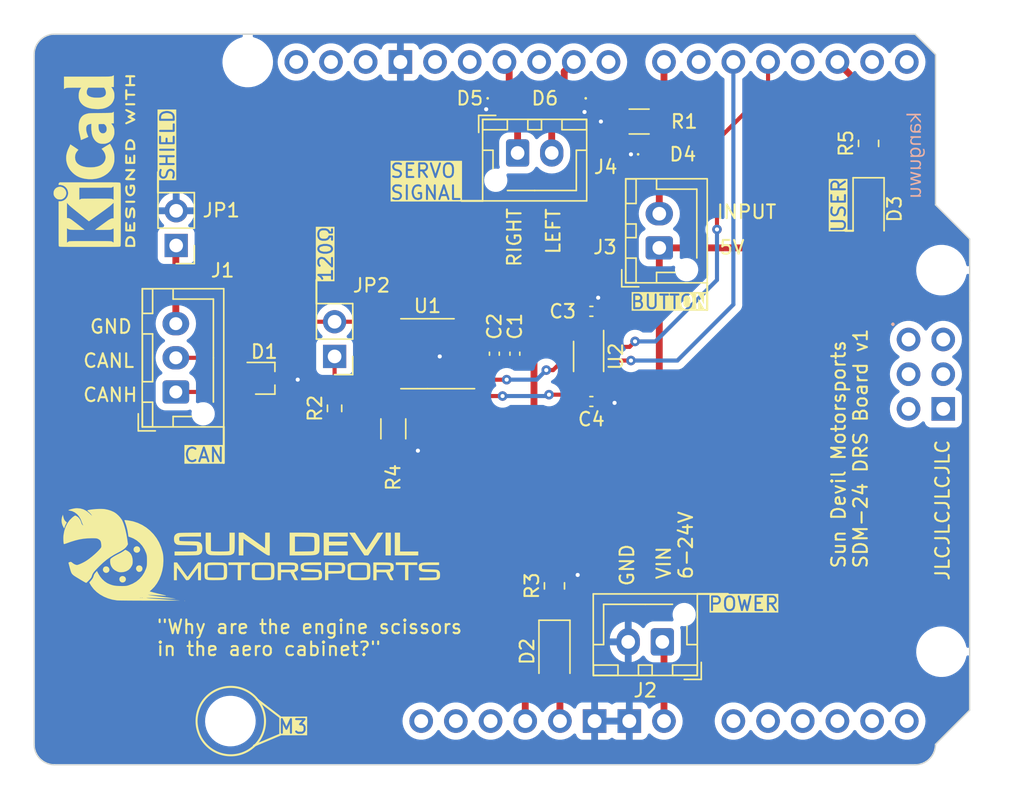
<source format=kicad_pcb>
(kicad_pcb (version 20221018) (generator pcbnew)
  (title_block (title "DRS Control Board") (date "2023-11-21") (rev "v1") (comment 1 "Front Copper"))
  (layers (0 "F.Cu" signal) (31 "B.Cu" signal) (34 "B.Paste" user) (35 "F.Paste" user) (36 "B.SilkS" user "B.Silkscreen") (37 "F.SilkS" user "F.Silkscreen") (38 "B.Mask" user) (39 "F.Mask" user) (44 "Edge.Cuts" user))
  (net 0 "")
  (net 12 "/USR_LED")
  (net 14 "/CTX_5V")
  (net 15 "/CRX_5V")
  (net 17 "/BTN_INPUT")
  (net 19 "/SERVO_LEFT")
  (net 21 "/SERVO_RIGHT")
  (net 33 "VCC")
  (net 34 "GND")
  (net 35 "+3.3V")
  (net 37 "/CANL")
  (net 38 "/CANH")
  (net 39 "/CAN_Rs")
  (net 40 "+5V")
  (net 41 "/CTX_3V3")
  (net 42 "/CRX_3V3")
  (net 43 "/BUS_TERMINATION")
  (net 44 "/PWR_LED")
  (net 45 "/USR_LED_RSTR")
  (net 46 "/SHIELD")
  (footprint "Connector_JST:JST_XH_B2B-XH-AM_1x02_P2.50mm_Vertical" (layer "F.Cu") (at 160.275 85.15 90)
    (fp_text reference "J3" (at 0.05 -3.975 180) (layer "F.SilkS"))
    (fp_text value "BUTTON")
    (pad "" np_thru_hole circle (at -1.6 2 90) (size 1.2 1.2) (drill 1.2) (layers "*.Cu" "*.Mask"))
    (pad "1" thru_hole roundrect (at 0 0 90) (size 1.7 2) (drill 1) (layers "*.Cu" "*.Mask") (roundrect_rratio 0.1470588235) (net 40 "+5V"))
    (pad "2" thru_hole oval (at 2.5 0 90) (size 1.7 2) (drill 1) (layers "*.Cu" "*.Mask") (net 17 "/BTN_INPUT"))
  )
  (footprint "Resistor_SMD:R_1206_3216Metric" (layer "F.Cu") (at 158.8 75.9 180)
    (fp_text reference "R1" (at -3.3 0 180) (layer "F.SilkS"))
    (fp_text value "10k")
    (pad "1" smd roundrect (at -1.4625 0 180) (size 1.125 1.75) (layers "F.Cu" "F.Paste" "F.Mask") (roundrect_rratio 0.2222222222) (net 17 "/BTN_INPUT"))
    (pad "2" smd roundrect (at 1.4625 0 180) (size 1.125 1.75) (layers "F.Cu" "F.Paste" "F.Mask") (roundrect_rratio 0.2222222222) (net 34 "GND"))
  )
  (footprint "Resistor_SMD:R_0603_1608Metric" (layer "F.Cu") (at 136.5 96.9 90)
    (fp_text reference "R2" (at 0 -1.43 90) (layer "F.SilkS"))
    (fp_text value "120")
    (pad "1" smd roundrect (at -0.825 0 90) (size 0.8 0.95) (layers "F.Cu" "F.Paste" "F.Mask") (net 38 "/CANH"))
    (pad "2" smd roundrect (at 0.825 0 90) (size 0.8 0.95) (layers "F.Cu" "F.Paste" "F.Mask") (net 43 "/BUS_TERMINATION"))
  )
  (footprint "Capacitor_SMD:C_0402_1005Metric" (layer "F.Cu") (at 149.7 92.9 -90)
    (fp_text reference "C1" (at -2 0 -90) (layer "F.SilkS"))
    (fp_text value "100nF")
    (pad "1" smd roundrect (at -0.48 0 270) (size 0.56 0.62) (layers "F.Cu" "F.Paste" "F.Mask") (net 35 "+3.3V"))
    (pad "2" smd roundrect (at 0.48 0 270) (size 0.56 0.62) (layers "F.Cu" "F.Paste" "F.Mask") (net 34 "GND"))
  )
  (footprint "Capacitor_SMD:C_0402_1005Metric" (layer "F.Cu") (at 155.3 89.8)
    (fp_text reference "C3" (at -2.1 0) (layer "F.SilkS"))
    (fp_text value "100nF")
    (pad "1" smd roundrect (at -0.48 0) (size 0.56 0.62) (layers "F.Cu" "F.Paste" "F.Mask") (net 35 "+3.3V"))
    (pad "2" smd roundrect (at 0.48 0) (size 0.56 0.62) (layers "F.Cu" "F.Paste" "F.Mask") (net 34 "GND"))
  )
  (footprint "Connector_PinHeader_2.54mm:PinHeader_1x02_P2.54mm_Vertical" (layer "F.Cu") (at 136.5 93.1 180)
    (fp_text reference "JP2" (at -2.7 5.2) (layer "F.SilkS"))
    (fp_text value "CAN")
    (pad "1" thru_hole rect (at 0 0 180) (size 1.7 1.7) (drill 1) (layers "*.Cu" "*.Mask") (net 43 "/BUS_TERMINATION"))
    (pad "2" thru_hole oval (at 0 2.54 180) (size 1.7 1.7) (drill 1) (layers "*.Cu" "*.Mask") (net 37 "/CANL"))
  )
  (footprint "Capacitor_SMD:C_0402_1005Metric" (layer "F.Cu") (at 148.2 92.9 -90)
    (fp_text reference "C2" (at -2 0 -90) (layer "F.SilkS"))
    (fp_text value "100nF")
    (pad "1" smd roundrect (at -0.48 0 270) (size 0.56 0.62) (layers "F.Cu" "F.Paste" "F.Mask") (net 35 "+3.3V"))
    (pad "2" smd roundrect (at 0.48 0 270) (size 0.56 0.62) (layers "F.Cu" "F.Paste" "F.Mask") (net 34 "GND"))
  )
  (footprint "Resistor_SMD:R_0805_2012Metric" (layer "F.Cu") (at 152.6 109.9 90)
    (fp_text reference "R3" (at 0 -1.65 90) (layer "F.SilkS"))
    (fp_text value "220")
    (pad "1" smd roundrect (at -0.9125 0 90) (size 1.025 1.4) (layers "F.Cu" "F.Paste" "F.Mask") (roundrect_rratio 0.243902439) (net 44 "/PWR_LED"))
    (pad "2" smd roundrect (at 0.9125 0 90) (size 1.025 1.4) (layers "F.Cu" "F.Paste" "F.Mask") (roundrect_rratio 0.243902439) (net 34 "GND"))
  )
  (footprint "Resistor_SMD:R_0805_2012Metric" (layer "F.Cu") (at 175.6 77.5 90)
    (fp_text reference "R5" (at 0 -1.65 90) (layer "F.SilkS"))
    (fp_text value "220")
    (pad "1" smd roundrect (at -0.9125 0 90) (size 1.025 1.4) (layers "F.Cu" "F.Paste" "F.Mask") (roundrect_rratio 0.243902439) (net 45 "/USR_LED_RSTR"))
    (pad "2" smd roundrect (at 0.9125 0 90) (size 1.025 1.4) (layers "F.Cu" "F.Paste" "F.Mask") (roundrect_rratio 0.243902439) (net 12 "/USR_LED"))
  )
  (footprint "Resistor_SMD:R_1206_3216Metric" (layer "F.Cu") (at 140.8 98.4 -90)
    (fp_text reference "R4" (at 3.5625 0 90) (layer "F.SilkS"))
    (fp_text value "10k")
    (pad "1" smd roundrect (at -1.4625 0 270) (size 1.125 1.75) (layers "F.Cu" "F.Paste" "F.Mask") (roundrect_rratio 0.2222222222) (net 39 "/CAN_Rs"))
    (pad "2" smd roundrect (at 1.4625 0 270) (size 1.125 1.75) (layers "F.Cu" "F.Paste" "F.Mask") (roundrect_rratio 0.2222222222) (net 34 "GND"))
  )
  (footprint "Connector_PinHeader_2.54mm:PinHeader_1x02_P2.54mm_Vertical" (layer "F.Cu") (at 124.9 84.975 180)
    (fp_text reference "JP1" (at -3.3 2.575) (layer "F.SilkS"))
    (fp_text value "Shield")
    (pad "1" thru_hole rect (at 0 0 180) (size 1.7 1.7) (drill 1) (layers "*.Cu" "*.Mask") (net 46 "/SHIELD"))
    (pad "2" thru_hole oval (at 0 2.54 180) (size 1.7 1.7) (drill 1) (layers "*.Cu" "*.Mask") (net 34 "GND"))
  )
  (footprint "Capacitor_SMD:C_0402_1005Metric" (layer "F.Cu") (at 155.3 96.4)
    (fp_text reference "C4" (at 0 1.3) (layer "F.SilkS"))
    (fp_text value "100nF")
    (pad "1" smd roundrect (at -0.48 0) (size 0.56 0.62) (layers "F.Cu" "F.Paste" "F.Mask") (net 40 "+5V"))
    (pad "2" smd roundrect (at 0.48 0) (size 0.56 0.62) (layers "F.Cu" "F.Paste" "F.Mask") (net 34 "GND"))
  )
  (footprint "LED_SMD:LED_1206_3216Metric" (layer "F.Cu") (at 175.6 82.3 -90)
    (fp_text reference "D3" (at 0 -1.9 90) (layer "F.SilkS"))
    (fp_text value "RED")
    (pad "1" smd roundrect (at -1.4 0 270) (size 1.25 1.75) (layers "F.Cu" "F.Paste" "F.Mask") (roundrect_rratio 0.2) (net 45 "/USR_LED_RSTR"))
    (pad "2" smd roundrect (at 1.4 0 270) (size 1.25 1.75) (layers "F.Cu" "F.Paste" "F.Mask") (roundrect_rratio 0.2) (net 40 "+5V"))
  )
  (footprint "Connector_JST:JST_XH_B2B-XH-AM_1x02_P2.50mm_Vertical" (layer "F.Cu") (at 149.9 78.2)
    (fp_text reference "J4" (at 6.45 1.025) (layer "F.SilkS"))
    (fp_text value "SERVO")
    (pad "" np_thru_hole circle (at -1.6 2) (size 1.2 1.2) (drill 1.2) (layers "*.Cu" "*.Mask"))
    (pad "1" thru_hole roundrect (at 0 0) (size 1.7 2) (drill 1) (layers "*.Cu" "*.Mask") (roundrect_rratio 0.1470588235) (net 21 "/SERVO_RIGHT"))
    (pad "2" thru_hole oval (at 2.5 0) (size 1.7 2) (drill 1) (layers "*.Cu" "*.Mask") (net 19 "/SERVO_LEFT"))
  )
  (footprint "Diode_SMD:D_0402_1005Metric" (layer "F.Cu") (at 153.8 74.2 180)
    (fp_text reference "D6" (at 1.9 0) (layer "F.SilkS"))
    (fp_text value "GG040205170N2P")
    (pad "1" smd roundrect (at -0.485 0 180) (size 0.59 0.64) (layers "F.Cu" "F.Paste" "F.Mask") (net 34 "GND"))
    (pad "2" smd roundrect (at 0.485 0 180) (size 0.59 0.64) (layers "F.Cu" "F.Paste" "F.Mask") (net 19 "/SERVO_LEFT"))
  )
  (footprint "PCM_arduino-library:Arduino_Uno_R4_Minima_Shield" (layer "F.Cu") (at 114.9 122.34)
    (fp_text reference "A1" hide)
    (fp_text value "Arduino_Uno_R4_Minima_Shield")
    (fp_text user "." (at 62.484 -32.004) (layer "B.SilkS"))
    (fp_text user "." (at 62.484 -32.004) (layer "F.SilkS"))
    (pad "" np_thru_hole circle (at 13.97 -2.54) (size 3.2 3.2) (drill 3.2) (layers "*.Cu" "*.Mask"))
    (pad "" np_thru_hole circle (at 15.24 -50.8) (size 3.2 3.2) (drill 3.2) (layers "*.Cu" "*.Mask"))
    (pad "" np_thru_hole circle (at 66.04 -35.56) (size 3.2 3.2) (drill 3.2) (layers "*.Cu" "*.Mask"))
    (pad "" np_thru_hole circle (at 66.04 -7.62) (size 3.2 3.2) (drill 3.2) (layers "*.Cu" "*.Mask"))
    (pad "3V3" thru_hole oval (at 35.56 -2.54) (size 1.7272 1.7272) (drill 1.016) (layers "*.Cu" "*.Mask") (net 35 "+3.3V"))
    (pad "5V1" thru_hole oval (at 38.1 -2.54) (size 1.7272 1.7272) (drill 1.016) (layers "*.Cu" "*.Mask") (net 40 "+5V"))
    (pad "5V2" thru_hole oval (at 66.167 -30.48) (size 1.7272 1.7272) (drill 1.016) (layers "*.Cu" "*.Mask"))
    (pad "A0" thru_hole oval (at 50.8 -2.54) (size 1.7272 1.7272) (drill 1.016) (layers "*.Cu" "*.Mask"))
    (pad "A1" thru_hole oval (at 53.34 -2.54) (size 1.7272 1.7272) (drill 1.016) (layers "*.Cu" "*.Mask"))
    (pad "A2" thru_hole oval (at 55.88 -2.54) (size 1.7272 1.7272) (drill 1.016) (layers "*.Cu" "*.Mask"))
    (pad "A3" thru_hole oval (at 58.42 -2.54) (size 1.7272 1.7272) (drill 1.016) (layers "*.Cu" "*.Mask"))
    (pad "A4" thru_hole oval (at 60.96 -2.54) (size 1.7272 1.7272) (drill 1.016) (layers "*.Cu" "*.Mask"))
    (pad "A5" thru_hole oval (at 63.5 -2.54) (size 1.7272 1.7272) (drill 1.016) (layers "*.Cu" "*.Mask"))
    (pad "AREF" thru_hole oval (at 23.876 -50.8) (size 1.7272 1.7272) (drill 1.016) (layers "*.Cu" "*.Mask"))
    (pad "BOOT" thru_hole oval (at 27.94 -2.54) (size 1.7272 1.7272) (drill 1.016) (layers "*.Cu" "*.Mask"))
    (pad "D0" thru_hole oval (at 63.5 -50.8) (size 1.7272 1.7272) (drill 1.016) (layers "*.Cu" "*.Mask"))
    (pad "D1" thru_hole oval (at 60.96 -50.8) (size 1.7272 1.7272) (drill 1.016) (layers "*.Cu" "*.Mask"))
    (pad "D2" thru_hole oval (at 58.42 -50.8) (size 1.7272 1.7272) (drill 1.016) (layers "*.Cu" "*.Mask") (net 12 "/USR_LED"))
    (pad "D3" thru_hole oval (at 55.88 -50.8) (size 1.7272 1.7272) (drill 1.016) (layers "*.Cu" "*.Mask"))
    (pad "D4" thru_hole oval (at 53.34 -50.8) (size 1.7272 1.7272) (drill 1.016) (layers "*.Cu" "*.Mask") (net 14 "/CTX_5V"))
    (pad "D5" thru_hole oval (at 50.8 -50.8) (size 1.7272 1.7272) (drill 1.016) (layers "*.Cu" "*.Mask") (net 15 "/CRX_5V"))
    (pad "D6" thru_hole oval (at 48.26 -50.8) (size 1.7272 1.7272) (drill 1.016) (layers "*.Cu" "*.Mask"))
    (pad "D7" thru_hole oval (at 45.72 -50.8) (size 1.7272 1.7272) (drill 1.016) (layers "*.Cu" "*.Mask") (net 17 "/BTN_INPUT"))
    (pad "D8" thru_hole oval (at 41.656 -50.8) (size 1.7272 1.7272) (drill 1.016) (layers "*.Cu" "*.Mask"))
    (pad "D9" thru_hole oval (at 39.116 -50.8) (size 1.7272 1.7272) (drill 1.016) (layers "*.Cu" "*.Mask") (net 19 "/SERVO_LEFT"))
    (pad "D10" thru_hole oval (at 36.576 -50.8) (size 1.7272 1.7272) (drill 1.016) (layers "*.Cu" "*.Mask"))
    (pad "D11" thru_hole oval (at 34.036 -50.8) (size 1.7272 1.7272) (drill 1.016) (layers "*.Cu" "*.Mask") (net 21 "/SERVO_RIGHT"))
    (pad "D12" thru_hole oval (at 31.496 -50.8) (size 1.7272 1.7272) (drill 1.016) (layers "*.Cu" "*.Mask"))
    (pad "D13" thru_hole oval (at 28.956 -50.8) (size 1.7272 1.7272) (drill 1.016) (layers "*.Cu" "*.Mask"))
    (pad "GND1" thru_hole rect (at 26.416 -50.8) (size 1.7272 1.7272) (drill 1.016) (layers "*.Cu" "*.Mask") (net 34 "GND"))
    (pad "GND2" thru_hole rect (at 40.64 -2.54) (size 1.7272 1.7272) (drill 1.016) (layers "*.Cu" "*.Mask") (net 34 "GND"))
    (pad "GND3" thru_hole rect (at 43.18 -2.54) (size 1.7272 1.7272) (drill 1.016) (layers "*.Cu" "*.Mask") (net 34 "GND"))
    (pad "GND4" thru_hole rect (at 66.167 -25.4) (size 1.7272 1.7272) (drill 1.016) (layers "*.Cu" "*.Mask"))
    (pad "IORF" thru_hole oval (at 30.48 -2.54) (size 1.7272 1.7272) (drill 1.016) (layers "*.Cu" "*.Mask"))
    (pad "MISO" thru_hole oval (at 63.627 -30.48) (size 1.7272 1.7272) (drill 1.016) (layers "*.Cu" "*.Mask"))
    (pad "MOSI" thru_hole oval (at 66.167 -27.94) (size 1.7272 1.7272) (drill 1.016) (layers "*.Cu" "*.Mask"))
    (pad "RST1" thru_hole oval (at 33.02 -2.54) (size 1.7272 1.7272) (drill 1.016) (layers "*.Cu" "*.Mask"))
    (pad "RST2" thru_hole oval (at 63.627 -25.4) (size 1.7272 1.7272) (drill 1.016) (layers "*.Cu" "*.Mask"))
    (pad "SCK" thru_hole oval (at 63.627 -27.94) (size 1.7272 1.7272) (drill 1.016) (layers "*.Cu" "*.Mask"))
    (pad "SCL" thru_hole oval (at 18.796 -50.8) (size 1.7272 1.7272) (drill 1.016) (layers "*.Cu" "*.Mask"))
    (pad "SDA" thru_hole oval (at 21.336 -50.8) (size 1.7272 1.7272) (drill 1.016) (layers "*.Cu" "*.Mask"))
    (pad "VIN" thru_hole oval (at 45.72 -2.54) (size 1.7272 1.7272) (drill 1.016) (layers "*.Cu" "*.Mask") (net 33 "VCC"))
  )
  (footprint "Connector_JST:JST_XH_B3B-XH-AM_1x03_P2.50mm_Vertical" (layer "F.Cu") (at 124.875 95.7 90)
    (fp_text reference "J1" (at 8.9 3.425) (layer "F.SilkS"))
    (fp_text value "CAN")
    (pad "" np_thru_hole circle (at -1.6 2 90) (size 1.2 1.2) (drill 1.2) (layers "*.Cu" "*.Mask"))
    (pad "1" thru_hole roundrect (at 0 0 90) (size 1.7 1.95) (drill 0.95) (layers "*.Cu" "*.Mask") (roundrect_rratio 0.1470588235) (net 38 "/CANH"))
    (pad "2" thru_hole oval (at 2.5 0 90) (size 1.7 1.95) (drill 0.95) (layers "*.Cu" "*.Mask") (net 37 "/CANL"))
    (pad "3" thru_hole oval (at 5 0 90) (size 1.7 1.95) (drill 0.95) (layers "*.Cu" "*.Mask") (net 46 "/SHIELD"))
  )
  (footprint "Diode_SMD:D_0402_1005Metric" (layer "F.Cu") (at 148.8 74.2)
    (fp_text reference "D5" (at -2.4 0) (layer "F.SilkS"))
    (fp_text value "GG040205170N2P")
    (pad "1" smd roundrect (at -0.485 0) (size 0.59 0.64) (layers "F.Cu" "F.Paste" "F.Mask") (net 34 "GND"))
    (pad "2" smd roundrect (at 0.485 0) (size 0.59 0.64) (layers "F.Cu" "F.Paste" "F.Mask") (net 21 "/SERVO_RIGHT"))
  )
  (footprint "LOGO" (layer "F.Cu") (at 130.4 107.6)
    (fp_text reference "G***" hide)
    (fp_text value "LOGO" hide)
  )
  (footprint "Symbol:KiCad-Logo2_5mm_SilkScreen" (layer "F.Cu") (at 118.9 78.8 90)
    (fp_text reference "REF**" hide)
    (fp_text value "KiCad-Logo2_5mm_SilkScreen" hide)
  )
  (footprint "Package_SO:VSSOP-8_2.3x2mm_P0.5mm" (layer "F.Cu") (at 155.1 93.1 -90)
    (fp_text reference "U2" (at 0 -2 90) (layer "F.SilkS"))
    (fp_text value "TXU0202")
    (pad "1" smd rect (at -1.55 -0.75 180) (size 0.3 0.8) (layers "F.Cu" "F.Paste" "F.Mask") (net 14 "/CTX_5V"))
    (pad "2" smd rect (at -1.55 -0.25 180) (size 0.3 0.8) (layers "F.Cu" "F.Paste" "F.Mask") (net 34 "GND"))
    (pad "3" smd rect (at -1.55 0.25 180) (size 0.3 0.8) (layers "F.Cu" "F.Paste" "F.Mask") (net 35 "+3.3V"))
    (pad "4" smd rect (at -1.55 0.75 180) (size 0.3 0.8) (layers "F.Cu" "F.Paste" "F.Mask") (net 41 "/CTX_3V3"))
    (pad "5" smd rect (at 1.55 0.75 180) (size 0.3 0.8) (layers "F.Cu" "F.Paste" "F.Mask") (net 42 "/CRX_3V3"))
    (pad "6" smd rect (at 1.55 0.25 180) (size 0.3 0.8) (layers "F.Cu" "F.Paste" "F.Mask") (net 40 "+5V"))
    (pad "7" smd rect (at 1.55 -0.25 180) (size 0.3 0.8) (layers "F.Cu" "F.Paste" "F.Mask") (net 40 "+5V"))
    (pad "8" smd rect (at 1.55 -0.75 180) (size 0.3 0.8) (layers "F.Cu" "F.Paste" "F.Mask") (net 15 "/CRX_5V"))
  )
  (footprint "Diode_SMD:D_0402_1005Metric" (layer "F.Cu") (at 159.815 78.3)
    (fp_text reference "D4" (at 2.185 0) (layer "F.SilkS"))
    (fp_text value "GG040205170N2P")
    (pad "1" smd roundrect (at -0.485 0) (size 0.59 0.64) (layers "F.Cu" "F.Paste" "F.Mask") (net 34 "GND"))
    (pad "2" smd roundrect (at 0.485 0) (size 0.59 0.64) (layers "F.Cu" "F.Paste" "F.Mask") (net 17 "/BTN_INPUT"))
  )
  (footprint "Package_TO_SOT_SMD:SOT-323_SC-70" (layer "F.Cu") (at 131.4 94.7)
    (fp_text reference "D1" (at -0.05 -1.95) (layer "F.SilkS"))
    (fp_text value "ESDCAN")
    (pad "1" smd rect (at -1 -0.65 270) (size 0.45 0.7) (layers "F.Cu" "F.Paste" "F.Mask") (net 37 "/CANL"))
    (pad "2" smd rect (at -1 0.65 270) (size 0.45 0.7) (layers "F.Cu" "F.Paste" "F.Mask") (net 38 "/CANH"))
    (pad "3" smd rect (at 1 0 270) (size 0.45 0.7) (layers "F.Cu" "F.Paste" "F.Mask") (net 34 "GND"))
  )
  (footprint "Connector_JST:JST_XH_B2B-XH-AM_1x02_P2.50mm_Vertical" (layer "F.Cu") (at 160.5 114 180)
    (fp_text reference "J2" (at 1.25 -3.55) (layer "F.SilkS"))
    (fp_text value "POWER")
    (pad "" np_thru_hole circle (at -1.6 2 180) (size 1.2 1.2) (drill 1.2) (layers "*.Cu" "*.Mask"))
    (pad "1" thru_hole roundrect (at 0 0 180) (size 1.7 2) (drill 1) (layers "*.Cu" "*.Mask") (roundrect_rratio 0.1470588235) (net 33 "VCC"))
    (pad "2" thru_hole oval (at 2.5 0 180) (size 1.7 2) (drill 1) (layers "*.Cu" "*.Mask") (net 34 "GND"))
  )
  (footprint "LED_SMD:LED_1206_3216Metric" (layer "F.Cu") (at 152.6 114.7 -90)
    (fp_text reference "D2" (at 0 2 90) (layer "F.SilkS"))
    (fp_text value "GREEN")
    (pad "1" smd roundrect (at -1.4 0 270) (size 1.25 1.75) (layers "F.Cu" "F.Paste" "F.Mask") (roundrect_rratio 0.2) (net 44 "/PWR_LED"))
    (pad "2" smd roundrect (at 1.4 0 270) (size 1.25 1.75) (layers "F.Cu" "F.Paste" "F.Mask") (roundrect_rratio 0.2) (net 40 "+5V"))
  )
  (footprint "Package_SO:SOIC-8_3.9x4.9mm_P1.27mm" (layer "F.Cu") (at 143.3 92.9 180)
    (fp_text reference "U1" (at 0 3.5) (layer "F.SilkS"))
    (fp_text value "SN65HVD230")
    (pad "1" smd roundrect (at -2.475 -1.905 180) (size 1.95 0.6) (layers "F.Cu" "F.Paste" "F.Mask") (net 41 "/CTX_3V3"))
    (pad "2" smd roundrect (at -2.475 -0.635 180) (size 1.95 0.6) (layers "F.Cu" "F.Paste" "F.Mask") (net 34 "GND"))
    (pad "3" smd roundrect (at -2.475 0.635 180) (size 1.95 0.6) (layers "F.Cu" "F.Paste" "F.Mask") (net 35 "+3.3V"))
    (pad "4" smd roundrect (at -2.475 1.905 180) (size 1.95 0.6) (layers "F.Cu" "F.Paste" "F.Mask") (net 42 "/CRX_3V3"))
    (pad "5" smd roundrect (at 2.475 1.905 180) (size 1.95 0.6) (layers "F.Cu" "F.Paste" "F.Mask"))
    (pad "6" smd roundrect (at 2.475 0.635 180) (size 1.95 0.6) (layers "F.Cu" "F.Paste" "F.Mask") (net 37 "/CANL"))
    (pad "7" smd roundrect (at 2.475 -0.635 180) (size 1.95 0.6) (layers "F.Cu" "F.Paste" "F.Mask") (net 38 "/CANH"))
    (pad "8" smd roundrect (at 2.475 -1.905 180) (size 1.95 0.6) (layers "F.Cu" "F.Paste" "F.Mask") (net 39 "/CAN_Rs"))
  )
  (gr_line (start 123.57 81.105) (end 123.57 79.6) (stroke (width 0.15)) (layer "F.SilkS"))
  (gr_line (start 174.465 83.9) (end 173.9 83.9) (stroke (width 0.15)) (layer "F.SilkS"))
  (gr_line (start 163.06 110.49) (end 165.3 110.49) (stroke (width 0.15)) (layer "F.SilkS"))
  (gr_line (start 128.385 98.26) (end 128.385 100.9) (stroke (width 0.15)) (layer "F.SilkS"))
  (gr_line (start 130.8 118.2) (end 132.5 119.5) (stroke (width 0.15)) (layer "F.SilkS"))
  (gr_line (start 163.785 87.71) (end 163.785 89.7) (stroke (width 0.15)) (layer "F.SilkS"))
  (gr_line (start 132.5 120.8) (end 130.6 121.6) (stroke (width 0.15)) (layer "F.SilkS"))
  (gr_line (start 135.17 89.23) (end 135.17 87.5) (stroke (width 0.15)) (layer "F.SilkS"))
  (gr_line (start 145.8 81.71) (end 147.34 81.71) (stroke (width 0.15)) (layer "F.SilkS"))
  (gr_circle (center 128.9 119.8) (end 131.1 118.6) (stroke (width 0.15)) (fill none) (layer "F.SilkS"))
  (gr_line (start 183 84.5) (end 183 90.5) (stroke (width 0.1)) (layer "Edge.Cuts"))
  (gr_line (start 180.5 71) (end 180.5 82) (stroke (width 0.1)) (layer "Edge.Cuts"))
  (gr_arc (start 180.5 121.5) (mid 180.06066 122.56066) (end 179 123) (stroke (width 0.1)) (layer "Edge.Cuts"))
  (gr_line (start 183 119) (end 180.5 121.5) (stroke (width 0.1)) (layer "Edge.Cuts"))
  (gr_line (start 179 69.5) (end 180.5 71) (stroke (width 0.1)) (layer "Edge.Cuts"))
  (gr_line (start 116 69.5) (end 179 69.5) (stroke (width 0.1)) (layer "Edge.Cuts"))
  (gr_arc (start 114.5 71) (mid 114.93934 69.93934) (end 116 69.5) (stroke (width 0.1)) (layer "Edge.Cuts"))
  (gr_line (start 180.5 82) (end 183 84.5) (stroke (width 0.1)) (layer "Edge.Cuts"))
  (gr_line (start 114.5 71) (end 114.5 121.5) (stroke (width 0.1)) (layer "Edge.Cuts"))
  (gr_line (start 179 123) (end 116 123) (stroke (width 0.1)) (layer "Edge.Cuts"))
  (gr_arc (start 116 123) (mid 114.93934 122.56066) (end 114.5 121.5) (stroke (width 0.1)) (layer "Edge.Cuts"))
  (gr_line (start 183 90.5) (end 183 119) (stroke (width 0.1)) (layer "Edge.Cuts"))
  (gr_text "kanguwu" (at 179.6 75.2 90) (layer "B.SilkS") (effects (font (size 1 1)) (justify left bottom mirror)))
  (gr_text "SERVO\nSIGNAL" (at 140.5 81.7) (layer "F.SilkS" knockout) (effects (font (size 1 1)) (justify left bottom)))
  (gr_text "Sun Devil Motorsports\nSDM-24 DRS Board v1" (at 175.6 108.7 90) (layer "F.SilkS") (effects (font (size 1 1)) (justify left bottom)))
  (gr_text "BUTTON" (at 158.1 89.7) (layer "F.SilkS" knockout) (effects (font (size 1 1)) (justify left bottom)))
  (gr_text "LEFT" (at 153.1 85.7 90) (layer "F.SilkS") (effects (font (size 1 1)) (justify left bottom)))
  (gr_text "JLCJLCJLCJLC" (at 181.6 109.6 90) (layer "F.SilkS") (effects (font (size 1 1)) (justify left bottom)))
  (gr_text "M3" (at 132.3 120.2) (layer "F.SilkS" knockout) (effects (font (size 1 1)) (justify left)))
  (gr_text "CANH\n" (at 118 96.5) (layer "F.SilkS") (effects (font (size 1 1)) (justify left bottom)))
  (gr_text "SHIELD" (at 124.85 80.3 90) (layer "F.SilkS" knockout) (effects (font (size 1 1)) (justify left bottom)))
  (gr_text "{dblquote}Why are the engine scissors\nin the aero cabinet?{dblquote}" (at 123.4 115.1) (layer "F.SilkS") (effects (font (size 1 1)) (justify left bottom)))
  (gr_text "POWER" (at 163.8 111.8) (layer "F.SilkS" knockout) (effects (font (size 1 1)) (justify left bottom)))
  (gr_text "GND\n" (at 158.5 110 90) (layer "F.SilkS") (effects (font (size 1 1)) (justify left bottom)))
  (gr_text "INPUT" (at 164.4 83.1) (layer "F.SilkS") (effects (font (size 1 1)) (justify left bottom)))
  (gr_text "VIN\n6-24V" (at 162.8 109.5 90) (layer "F.SilkS") (effects (font (size 1 1)) (justify left bottom)))
  (gr_text "CAN" (at 125.4 100.9) (layer "F.SilkS" knockout) (effects (font (size 1 1)) (justify left bottom)))
  (gr_text "RIGHT" (at 150.25 86.625 90) (layer "F.SilkS") (effects (font (size 1 1)) (justify left bottom)))
  (gr_text "CANL" (at 118 94) (layer "F.SilkS") (effects (font (size 1 1)) (justify left bottom)))
  (gr_text "GND" (at 118.5 91.5) (layer "F.SilkS") (effects (font (size 1 1)) (justify left bottom)))
  (gr_text "120Ω" (at 136.44 87.7 90) (layer "F.SilkS" knockout) (effects (font (size 1 1)) (justify left bottom)))
  (gr_text "5V\n" (at 164.6 85.7) (layer "F.SilkS") (effects (font (size 1 1)) (justify left bottom)))
  (gr_text "USER" (at 174 84.1 90) (layer "F.SilkS" knockout) (effects (font (size 1 1)) (justify left bottom)))
  (segment (start 175.6 73.82) (end 175.6 76.5875) (width 0.5) (layer "F.Cu") (net 12))
  (segment (start 173.32 71.54) (end 175.6 73.82) (width 0.5) (layer "F.Cu") (net 12))
  (segment (start 164.5 83.8) (end 164.5 77.3) (width 0.3) (layer "F.Cu") (net 14))
  (segment (start 158.1 92.4) (end 158.5 92) (width 0.3) (layer "F.Cu") (net 14))
  (segment (start 155.85 91.55) (end 155.85 92.05) (width 0.3) (layer "F.Cu") (net 14))
  (segment (start 155.85 92.05) (end 156.2 92.4) (width 0.3) (layer "F.Cu") (net 14))
  (segment (start 168.24 73.56) (end 168.24 71.54) (width 0.3) (layer "F.Cu") (net 14))
  (segment (start 156.2 92.4) (end 158.1 92.4) (width 0.3) (layer "F.Cu") (net 14))
  (segment (start 164.5 77.3) (end 168.24 73.56) (width 0.3) (layer "F.Cu") (net 14))
  (via (at 158.5 92) (size 0.7) (drill 0.3) (layers "F.Cu" "B.Cu") (net 14))
  (via (at 164.5 83.8) (size 0.7) (drill 0.3) (layers "F.Cu" "B.Cu") (net 14))
  (segment (start 158.5 92) (end 160 92) (width 0.3) (layer "B.Cu") (net 14))
  (segment (start 163.5 88.5) (end 164.5 87.5) (width 0.3) (layer "B.Cu") (net 14))
  (segment (start 164.5 87.5) (end 164.5 83.8) (width 0.3) (layer "B.Cu") (net 14))
  (segment (start 160 92) (end 163.5 88.5) (width 0.3) (layer "B.Cu") (net 14))
  (segment (start 156.3 93.6) (end 156.5 93.4) (width 0.3) (layer "F.Cu") (net 15))
  (segment (start 155.85 94.65) (end 155.85 94.05) (width 0.3) (layer "F.Cu") (net 15))
  (segment (start 155.85 94.05) (end 156.3 93.6) (width 0.3) (layer "F.Cu") (net 15))
  (segment (start 156.5 93.4) (end 158.2 93.4) (width 0.3) (layer "F.Cu") (net 15))
  (via (at 158.2 93.4) (size 0.7) (drill 0.3) (layers "F.Cu" "B.Cu") (net 15))
  (segment (start 158.2 93.4) (end 161.6 93.4) (width 0.3) (layer "B.Cu") (net 15))
  (segment (start 165.7 89.3) (end 165.7 71.54) (width 0.3) (layer "B.Cu") (net 15))
  (segment (start 161.6 93.4) (end 165.7 89.3) (width 0.3) (layer "B.Cu") (net 15))
  (segment (start 160.3125 75.7) (end 160.3125 73.4875) (width 0.5) (layer "F.Cu") (net 17))
  (segment (start 160.275 78.2375) (end 160.3125 78.2) (width 0.5) (layer "F.Cu") (net 17))
  (segment (start 160.3125 73.4875) (end 160.62 73.18) (width 0.5) (layer "F.Cu") (net 17))
  (segment (start 160.275 82.65) (end 160.275 78.2375) (width 0.5) (layer "F.Cu") (net 17))
  (segment (start 160.3125 78.2) (end 160.3125 75.7) (width 0.5) (layer "F.Cu") (net 17))
  (segment (start 160.62 73.18) (end 160.62 71.54) (width 0.5) (layer "F.Cu") (net 17))
  (segment (start 153.315 75.085) (end 153.315 74.2) (width 0.5) (layer "F.Cu") (net 19))
  (segment (start 153.315 74.2) (end 153.315 72.241) (width 0.5) (layer "F.Cu") (net 19))
  (segment (start 152.4 76) (end 153.315 75.085) (width 0.5) (layer "F.Cu") (net 19))
  (segment (start 152.4 78.2) (end 152.4 76) (width 0.5) (layer "F.Cu") (net 19))
  (segment (start 153.315 72.241) (end 154.016 71.54) (width 0.5) (layer "F.Cu") (net 19))
  (segment (start 149.285 74.2) (end 149.285 71.889) (width 0.5) (layer "F.Cu") (net 21))
  (segment (start 149.9 75.9) (end 149.285 75.285) (width 0.5) (layer "F.Cu") (net 21))
  (segment (start 149.9 78.2) (end 149.9 75.9) (width 0.5) (layer "F.Cu") (net 21))
  (segment (start 149.285 75.285) (end 149.285 74.2) (width 0.5) (layer "F.Cu") (net 21))
  (segment (start 149.285 71.889) (end 148.936 71.54) (width 0.5) (layer "F.Cu") (net 21))
  (segment (start 160.62 114.12) (end 160.5 114) (width 0.5) (layer "F.Cu") (net 33))
  (segment (start 160.62 119.8) (end 160.62 114.12) (width 0.5) (layer "F.Cu") (net 33))
  (segment (start 159.33 78.3) (end 158.2 78.3) (width 0.5) (layer "F.Cu") (net 34))
  (segment (start 145.775 93.535) (end 144.635 93.535) (width 0.5) (layer "F.Cu") (net 34))
  (segment (start 156.9 96.4) (end 157 96.5) (width 0.5) (layer "F.Cu") (net 34))
  (segment (start 155.35 91.005024) (end 155.78 90.575024) (width 0.3) (layer "F.Cu") (net 34))
  (segment (start 148.2 93.38) (end 147.62 93.38) (width 0.5) (layer "F.Cu") (net 34))
  (segment (start 154.1875 108.9875) (end 154.3 109.1) (width 0.5) (layer "F.Cu") (net 34))
  (segment (start 133.7 94.7) (end 133.8 94.8) (width 0.5) (layer "F.Cu") (net 34))
  (segment (start 155.78 88.82) (end 155.8 88.8) (width 0.3) (layer "F.Cu") (net 34))
  (segment (start 148.315 74.285) (end 147.6 75) (width 0.5) (layer "F.Cu") (net 34))
  (segment (start 154.285 74.685) (end 154.8 75.2) (width 0.5) (layer "F.Cu") (net 34))
  (segment (start 147.62 93.38) (end 147.465 93.535) (width 0.5) (layer "F.Cu") (net 34))
  (segment (start 132.4 94.7) (end 133.7 94.7) (width 0.5) (layer "F.Cu") (net 34))
  (segment (start 152.6 108.9875) (end 154.1875 108.9875) (width 0.5) (layer "F.Cu") (net 34))
  (segment (start 157.3375 75.9) (end 156 75.9) (width 0.5) (layer "F.Cu") (net 34))
  (segment (start 155.78 96.4) (end 156.9 96.4) (width 0.5) (layer "F.Cu") (net 34))
  (segment (start 148.315 74.2) (end 148.315 74.285) (width 0.5) (layer "F.Cu") (net 34))
  (segment (start 155.78 90.575024) (end 155.78 89.8) (width 0.3) (layer "F.Cu") (net 34))
  (segment (start 149.7 93.38) (end 148.2 93.38) (width 0.5) (layer "F.Cu") (net 34))
  (segment (start 154.285 74.2) (end 154.285 74.685) (width 0.5) (layer "F.Cu") (net 34))
  (segment (start 140.8 99.8625) (end 142.4625 99.8625) (width 0.5) (layer "F.Cu") (net 34))
  (segment (start 155.35 91.55) (end 155.35 91.005024) (width 0.3) (layer "F.Cu") (net 34))
  (segment (start 142.4625 99.8625) (end 142.6 100) (width 0.5) (layer "F.Cu") (net 34))
  (segment (start 147.465 93.535) (end 145.775 93.535) (width 0.5) (layer "F.Cu") (net 34))
  (segment (start 155.78 89.8) (end 155.78 88.82) (width 0.3) (layer "F.Cu") (net 34))
  (segment (start 144.635 93.535) (end 144.2 93.1) (width 0.5) (layer "F.Cu") (net 34))
  (via (at 157 96.5) (size 0.7) (drill 0.3) (layers "F.Cu" "B.Cu") (net 34))
  (via (at 154.8 75.2) (size 0.7) (drill 0.3) (layers "F.Cu" "B.Cu") (net 34))
  (via (at 154.3 109.1) (size 0.7) (drill 0.3) (layers "F.Cu" "B.Cu") (net 34))
  (via (at 155.8 88.8) (size 0.7) (drill 0.3) (layers "F.Cu" "B.Cu") (net 34))
  (via (at 133.8 94.8) (size 0.7) (drill 0.3) (layers "F.Cu" "B.Cu") (net 34))
  (via (at 142.6 100) (size 0.7) (drill 0.3) (layers "F.Cu" "B.Cu") (net 34))
  (via (at 144.2 93.1) (size 0.7) (drill 0.3) (layers "F.Cu" "B.Cu") (net 34))
  (via (at 158.2 78.3) (size 0.7) (drill 0.3) (layers "F.Cu" "B.Cu") (net 34))
  (via (at 156 75.9) (size 0.7) (drill 0.3) (layers "F.Cu" "B.Cu") (net 34))
  (via (at 147.6 75) (size 0.7) (drill 0.3) (layers "F.Cu" "B.Cu") (net 34))
  (segment (start 154.85 89.83) (end 154.82 89.8) (width 0.3) (layer "F.Cu") (net 35))
  (segment (start 147.565 92.265) (end 145.775 92.265) (width 0.5) (layer "F.Cu") (net 35))
  (segment (start 148.2 92.42) (end 149.7 92.42) (width 0.5) (layer "F.Cu") (net 35))
  (segment (start 154.82 89.8) (end 152.2 89.8) (width 0.5) (layer "F.Cu") (net 35))
  (segment (start 149.7 92.42) (end 151.08 92.42) (width 0.5) (layer "F.Cu") (net 35))
  (segment (start 151.1 99.8) (end 151.1 92.4) (width 0.5) (layer "F.Cu") (net 35))
  (segment (start 150.46 119.8) (end 150.46 100.44) (width 0.5) (layer "F.Cu") (net 35))
  (segment (start 151.7 90.3) (end 151.1 90.9) (width 0.5) (layer "F.Cu") (net 35))
  (segment (start 151.1 90.9) (end 151.1 92.4) (width 0.5) (layer "F.Cu") (net 35))
  (segment (start 151.08 92.42) (end 151.1 92.4) (width 0.5) (layer "F.Cu") (net 35))
  (segment (start 147.72 92.42) (end 147.565 92.265) (width 0.5) (layer "F.Cu") (net 35))
  (segment (start 148.2 92.42) (end 147.72 92.42) (width 0.5) (layer "F.Cu") (net 35))
  (segment (start 152.2 89.8) (end 151.7 90.3) (width 0.5) (layer "F.Cu") (net 35))
  (segment (start 150.46 100.44) (end 151.1 99.8) (width 0.5) (layer "F.Cu") (net 35))
  (segment (start 154.85 91.55) (end 154.85 89.83) (width 0.3) (layer "F.Cu") (net 35))
  (segment (start 137.86 90.56) (end 136.5 90.56) (width 0.3) (layer "F.Cu") (net 37))
  (segment (start 128.4 93.2) (end 124.875 93.2) (width 0.3) (layer "F.Cu") (net 37))
  (segment (start 139.565 92.265) (end 137.86 90.56) (width 0.3) (layer "F.Cu") (net 37))
  (segment (start 130.4 94.05) (end 131.35 94.05) (width 0.3) (layer "F.Cu") (net 37))
  (segment (start 130.4 94.05) (end 129.25 94.05) (width 0.3) (layer "F.Cu") (net 37))
  (segment (start 134.84 90.56) (end 136.5 90.56) (width 0.3) (layer "F.Cu") (net 37))
  (segment (start 129.25 94.05) (end 128.4 93.2) (width 0.3) (layer "F.Cu") (net 37))
  (segment (start 140.825 92.265) (end 139.565 92.265) (width 0.3) (layer "F.Cu") (net 37))
  (segment (start 131.35 94.05) (end 134.84 90.56) (width 0.3) (layer "F.Cu") (net 37))
  (segment (start 124.875 95.7) (end 128.8 95.7) (width 0.3) (layer "F.Cu") (net 38))
  (segment (start 138.5 94.6) (end 139.565 93.535) (width 0.3) (layer "F.Cu") (net 38))
  (segment (start 138.5 96.5) (end 138.5 94.6) (width 0.3) (layer "F.Cu") (net 38))
  (segment (start 129.15 95.35) (end 130.4 95.35) (width 0.3) (layer "F.Cu") (net 38))
  (segment (start 139.565 93.535) (end 140.825 93.535) (width 0.3) (layer "F.Cu") (net 38))
  (segment (start 131.45 95.35) (end 133.825 97.725) (width 0.3) (layer "F.Cu") (net 38))
  (segment (start 133.825 97.725) (end 136.5 97.725) (width 0.3) (layer "F.Cu") (net 38))
  (segment (start 130.4 95.35) (end 131.45 95.35) (width 0.3) (layer "F.Cu") (net 38))
  (segment (start 128.8 95.7) (end 129.15 95.35) (width 0.3) (layer "F.Cu") (net 38))
  (segment (start 136.5 97.725) (end 137.275 97.725) (width 0.3) (layer "F.Cu") (net 38))
  (segment (start 137.275 97.725) (end 138.5 96.5) (width 0.3) (layer "F.Cu") (net 38))
  (segment (start 140.8 94.83) (end 140.825 94.805) (width 0.5) (layer "F.Cu") (net 39))
  (segment (start 140.8 96.9375) (end 140.8 94.83) (width 0.5) (layer "F.Cu") (net 39))
  (segment (start 154.8 97.8) (end 154.82 97.78) (width 0.5) (layer "F.Cu") (net 40))
  (segment (start 158.8 99.8) (end 155.7 99.8) (width 0.5) (layer "F.Cu") (net 40))
  (segment (start 174.15 85.15) (end 175.6 83.7) (width 0.5) (layer "F.Cu") (net 40))
  (segment (start 154.85 94.65) (end 155.35 94.65) (width 0.3) (layer "F.Cu") (net 40))
  (segment (start 152.6 117.8) (end 152.6 116.1) (width 0.5) (layer "F.Cu") (net 40))
  (segment (start 154.85 94.65) (end 154.85 96.37) (width 0.3) (layer "F.Cu") (net 40))
  (segment (start 160.275 85.15) (end 160.275 98.325) (width 0.5) (layer "F.Cu") (net 40))
  (segment (start 154.82 97.78) (end 154.82 96.4) (width 0.5) (layer "F.Cu") (net 40))
  (segment (start 152.6 116.1) (end 155.6 113.1) (width 0.5) (layer "F.Cu") (net 40))
  (segment (start 160.275 98.325) (end 158.8 99.8) (width 0.5) (layer "F.Cu") (net 40))
  (segment (start 153 119.8) (end 153 118.2) (width 0.5) (layer "F.Cu") (net 40))
  (segment (start 155.6 113.1) (end 155.6 99.7) (width 0.5) (layer "F.Cu") (net 40))
  (segment (start 160.275 85.15) (end 174.15 85.15) (width 0.5) (layer "F.Cu") (net 40))
  (segment (start 155.7 99.8) (end 155.6 99.7) (width 0.5) (layer "F.Cu") (net 40))
  (segment (start 154.85 96.37) (end 154.82 96.4) (width 0.3) (layer "F.Cu") (net 40))
  (segment (start 153 118.2) (end 152.6 117.8) (width 0.5) (layer "F.Cu") (net 40))
  (segment (start 155.6 99.7) (end 155.6 98.6) (width 0.5) (layer "F.Cu") (net 40))
  (segment (start 155.6 98.6) (end 154.8 97.8) (width 0.5) (layer "F.Cu") (net 40))
  (segment (start 152 94.1) (end 152.5 94.1) (width 0.3) (layer "F.Cu") (net 41))
  (segment (start 149.095 94.805) (end 149.1 94.8) (width 0.3) (layer "F.Cu") (net 41))
  (segment (start 154.35 92.25) (end 154.35 91.55) (width 0.3) (layer "F.Cu") (net 41))
  (segment (start 145.775 94.805) (end 149.095 94.805) (width 0.3) (layer "F.Cu") (net 41))
  (segment (start 152.5 94.1) (end 154.35 92.25) (width 0.3) (layer "F.Cu") (net 41))
  (via (at 149.1 94.8) (size 0.7) (drill 0.3) (layers "F.Cu" "B.Cu") (net 41))
  (via (at 152 94.1) (size 0.7) (drill 0.3) (layers "F.Cu" "B.Cu") (net 41))
  (segment (start 149.1 94.8) (end 151.3 94.8) (width 0.3) (layer "B.Cu") (net 41))
  (segment (start 151.3 94.8) (end 152 94.1) (width 0.3) (layer "B.Cu") (net 41))
  (segment (start 143.4 91.9) (end 143.4 94.8) (width 0.3) (layer "F.Cu") (net 42))
  (segment (start 144.305 90.995) (end 143.4 91.9) (width 0.3) (layer "F.Cu") (net 42))
  (segment (start 145.775 90.995) (end 144.305 90.995) (width 0.3) (layer "F.Cu") (net 42))
  (segment (start 154.35 95.45) (end 153.9 95.9) (width 0.3) (layer "F.Cu") (net 42))
  (segment (start 154.35 94.65) (end 154.35 95.45) (width 0.3) (layer "F.Cu") (net 42))
  (segment (start 143.4 94.8) (end 144.6 96) (width 0.3) (layer "F.Cu") (net 42))
  (segment (start 144.6 96) (end 148.8 96) (width 0.3) (layer "F.Cu") (net 42))
  (segment (start 153.9 95.9) (end 152.2 95.9) (width 0.3) (layer "F.Cu") (net 42))
  (via (at 152.2 95.9) (size 0.7) (drill 0.3) (layers "F.Cu" "B.Cu") (net 42))
  (via (at 148.8 96) (size 0.7) (drill 0.3) (layers "F.Cu" "B.Cu") (net 42))
  (segment (start 148.8 96) (end 152.1 96) (width 0.3) (layer "B.Cu") (net 42))
  (segment (start 152.1 96) (end 152.2 95.9) (width 0.3) (layer "B.Cu") (net 42))
  (segment (start 136.5 93.1) (end 136.5 96.075) (width 0.3) (layer "F.Cu") (net 43))
  (segment (start 152.6 110.8125) (end 152.6 113.3) (width 0.5) (layer "F.Cu") (net 44))
  (segment (start 175.6 78.4125) (end 175.6 80.9) (width 0.5) (layer "F.Cu") (net 45))
  (segment (start 124.875 85) (end 124.9 84.975) (width 0.5) (layer "F.Cu") (net 46))
  (segment (start 124.875 90.7) (end 124.875 85) (width 0.5) (layer "F.Cu") (net 46))
  (zone (net 34) (net_name "GND") (layer "B.Cu") (connect_pads (clearance 0.5)) (min_thickness 0.25) (fill yes (thermal_gap 0.5) (thermal_bridge_width 0.5))
    (polygon (pts (xy 112 67) (xy 187 67) (xy 187 125) (xy 112 125)))
  )
)
</source>
